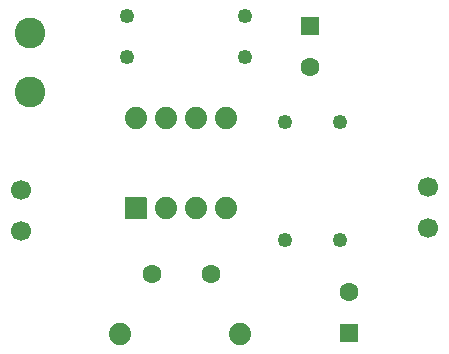
<source format=gts>
G04 #@! TF.GenerationSoftware,KiCad,Pcbnew,9.0.0*
G04 #@! TF.CreationDate,2025-05-28T17:54:46+08:00*
G04 #@! TF.ProjectId,Converter_DC,436f6e76-6572-4746-9572-5f44432e6b69,v1.0*
G04 #@! TF.SameCoordinates,Original*
G04 #@! TF.FileFunction,Soldermask,Top*
G04 #@! TF.FilePolarity,Negative*
%FSLAX46Y46*%
G04 Gerber Fmt 4.6, Leading zero omitted, Abs format (unit mm)*
G04 Created by KiCad (PCBNEW 9.0.0) date 2025-05-28 17:54:46*
%MOMM*%
%LPD*%
G01*
G04 APERTURE LIST*
G04 Aperture macros list*
%AMRoundRect*
0 Rectangle with rounded corners*
0 $1 Rounding radius*
0 $2 $3 $4 $5 $6 $7 $8 $9 X,Y pos of 4 corners*
0 Add a 4 corners polygon primitive as box body*
4,1,4,$2,$3,$4,$5,$6,$7,$8,$9,$2,$3,0*
0 Add four circle primitives for the rounded corners*
1,1,$1+$1,$2,$3*
1,1,$1+$1,$4,$5*
1,1,$1+$1,$6,$7*
1,1,$1+$1,$8,$9*
0 Add four rect primitives between the rounded corners*
20,1,$1+$1,$2,$3,$4,$5,0*
20,1,$1+$1,$4,$5,$6,$7,0*
20,1,$1+$1,$6,$7,$8,$9,0*
20,1,$1+$1,$8,$9,$2,$3,0*%
G04 Aperture macros list end*
%ADD10C,2.600000*%
%ADD11C,1.700000*%
%ADD12C,1.600000*%
%ADD13C,1.880400*%
%ADD14C,1.250000*%
%ADD15RoundRect,0.102000X0.838200X-0.838200X0.838200X0.838200X-0.838200X0.838200X-0.838200X-0.838200X0*%
%ADD16R,1.600000X1.600000*%
G04 APERTURE END LIST*
D10*
X132750000Y-93500000D03*
X132750000Y-88500000D03*
D11*
X132000000Y-105250000D03*
X132000000Y-101750000D03*
X166500000Y-105000000D03*
X166500000Y-101500000D03*
D12*
X148100000Y-108850000D03*
X143100000Y-108850000D03*
D13*
X150580000Y-114000000D03*
X140420000Y-114000000D03*
D14*
X151000000Y-87000000D03*
X141000000Y-87000000D03*
D15*
X141790000Y-103310000D03*
D13*
X144330000Y-103310000D03*
X146870000Y-103310000D03*
X149410000Y-103310000D03*
X149410000Y-95690000D03*
X146870000Y-95690000D03*
X144330000Y-95690000D03*
X141790000Y-95690000D03*
D14*
X154400000Y-106000000D03*
X154400000Y-96000000D03*
D16*
X156500000Y-87847349D03*
D12*
X156500000Y-91347349D03*
D14*
X151000000Y-90500000D03*
X141000000Y-90500000D03*
D16*
X159800000Y-113900000D03*
D12*
X159800000Y-110400000D03*
D14*
X159000000Y-106000000D03*
X159000000Y-96000000D03*
M02*

</source>
